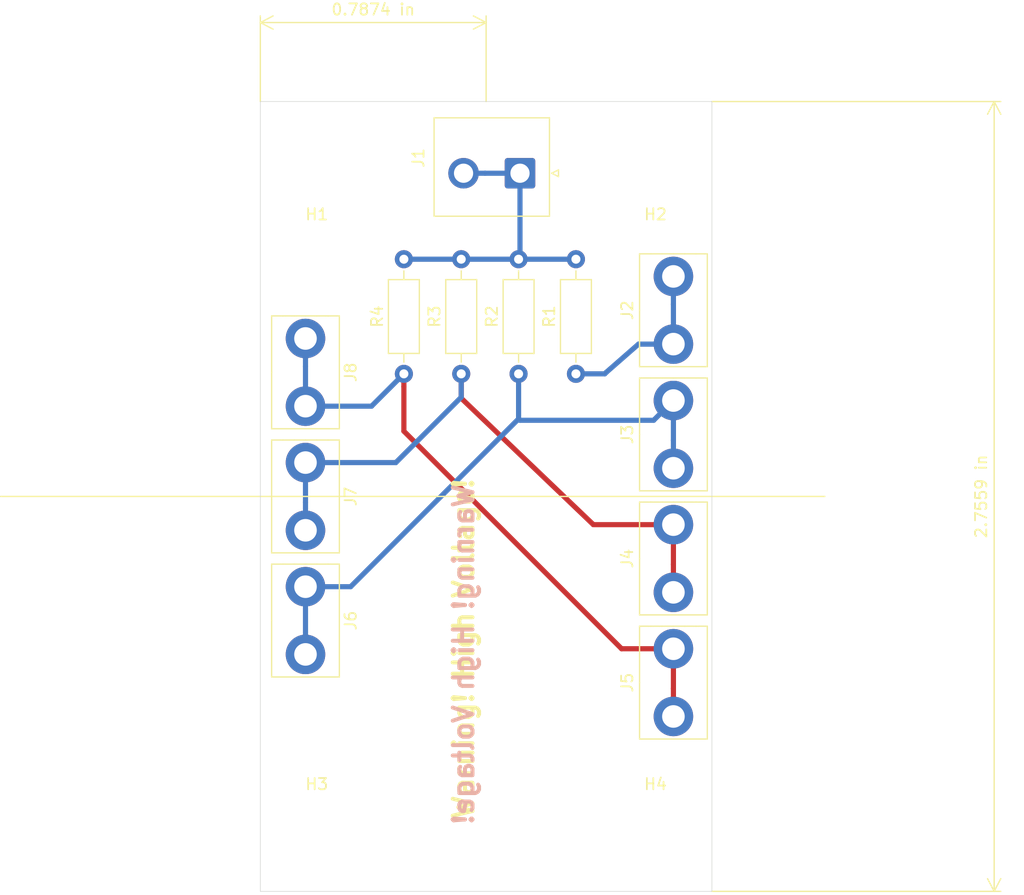
<source format=kicad_pcb>
(kicad_pcb (version 20171130) (host pcbnew "(5.1.2)-1")

  (general
    (thickness 1.6)
    (drawings 9)
    (tracks 42)
    (zones 0)
    (modules 16)
    (nets 6)
  )

  (page A4)
  (layers
    (0 F.Cu signal)
    (31 B.Cu signal)
    (32 B.Adhes user)
    (33 F.Adhes user)
    (34 B.Paste user)
    (35 F.Paste user)
    (36 B.SilkS user)
    (37 F.SilkS user)
    (38 B.Mask user)
    (39 F.Mask user)
    (40 Dwgs.User user)
    (41 Cmts.User user)
    (42 Eco1.User user)
    (43 Eco2.User user)
    (44 Edge.Cuts user)
    (45 Margin user)
    (46 B.CrtYd user)
    (47 F.CrtYd user)
    (48 B.Fab user)
    (49 F.Fab user)
  )

  (setup
    (last_trace_width 0.4572)
    (user_trace_width 0.4572)
    (trace_clearance 0.2)
    (zone_clearance 0.508)
    (zone_45_only no)
    (trace_min 0.2)
    (via_size 0.8)
    (via_drill 0.4)
    (via_min_size 0.4)
    (via_min_drill 0.3)
    (uvia_size 0.3)
    (uvia_drill 0.1)
    (uvias_allowed no)
    (uvia_min_size 0.2)
    (uvia_min_drill 0.1)
    (edge_width 0.05)
    (segment_width 0.2)
    (pcb_text_width 0.3)
    (pcb_text_size 1.5 1.5)
    (mod_edge_width 0.12)
    (mod_text_size 1 1)
    (mod_text_width 0.15)
    (pad_size 1.524 1.524)
    (pad_drill 0.762)
    (pad_to_mask_clearance 0.051)
    (solder_mask_min_width 0.25)
    (aux_axis_origin 0 0)
    (visible_elements 7FFFFFFF)
    (pcbplotparams
      (layerselection 0x010fc_ffffffff)
      (usegerberextensions false)
      (usegerberattributes false)
      (usegerberadvancedattributes false)
      (creategerberjobfile false)
      (excludeedgelayer true)
      (linewidth 0.100000)
      (plotframeref false)
      (viasonmask false)
      (mode 1)
      (useauxorigin false)
      (hpglpennumber 1)
      (hpglpenspeed 20)
      (hpglpendiameter 15.000000)
      (psnegative false)
      (psa4output false)
      (plotreference true)
      (plotvalue true)
      (plotinvisibletext false)
      (padsonsilk false)
      (subtractmaskfromsilk false)
      (outputformat 1)
      (mirror false)
      (drillshape 1)
      (scaleselection 1)
      (outputdirectory ""))
  )

  (net 0 "")
  (net 1 "Net-(J1-Pad1)")
  (net 2 "Net-(J2-Pad1)")
  (net 3 "Net-(J3-Pad1)")
  (net 4 "Net-(J4-Pad1)")
  (net 5 "Net-(J5-Pad1)")

  (net_class Default "This is the default net class."
    (clearance 0.2)
    (trace_width 0.25)
    (via_dia 0.8)
    (via_drill 0.4)
    (uvia_dia 0.3)
    (uvia_drill 0.1)
    (add_net "Net-(J1-Pad1)")
    (add_net "Net-(J2-Pad1)")
    (add_net "Net-(J3-Pad1)")
    (add_net "Net-(J4-Pad1)")
    (add_net "Net-(J5-Pad1)")
  )

  (module MountingHole:MountingHole_3.5mm (layer F.Cu) (tedit 56D1B4CB) (tstamp 5D71790A)
    (at 155 105)
    (descr "Mounting Hole 3.5mm, no annular")
    (tags "mounting hole 3.5mm no annular")
    (path /5D71D07C)
    (attr virtual)
    (fp_text reference H4 (at 0 -4.5) (layer F.SilkS)
      (effects (font (size 1 1) (thickness 0.15)))
    )
    (fp_text value MountingHole (at 0 4.5) (layer F.Fab)
      (effects (font (size 1 1) (thickness 0.15)))
    )
    (fp_circle (center 0 0) (end 3.75 0) (layer F.CrtYd) (width 0.05))
    (fp_circle (center 0 0) (end 3.5 0) (layer Cmts.User) (width 0.15))
    (fp_text user %R (at 0.3 0) (layer F.Fab)
      (effects (font (size 1 1) (thickness 0.15)))
    )
    (pad 1 np_thru_hole circle (at 0 0) (size 3.5 3.5) (drill 3.5) (layers *.Cu *.Mask))
  )

  (module MountingHole:MountingHole_3.5mm (layer F.Cu) (tedit 56D1B4CB) (tstamp 5D717902)
    (at 125 105)
    (descr "Mounting Hole 3.5mm, no annular")
    (tags "mounting hole 3.5mm no annular")
    (path /5D71CEA3)
    (attr virtual)
    (fp_text reference H3 (at 0 -4.5) (layer F.SilkS)
      (effects (font (size 1 1) (thickness 0.15)))
    )
    (fp_text value MountingHole (at 0 4.5) (layer F.Fab)
      (effects (font (size 1 1) (thickness 0.15)))
    )
    (fp_circle (center 0 0) (end 3.75 0) (layer F.CrtYd) (width 0.05))
    (fp_circle (center 0 0) (end 3.5 0) (layer Cmts.User) (width 0.15))
    (fp_text user %R (at 0.3 0) (layer F.Fab)
      (effects (font (size 1 1) (thickness 0.15)))
    )
    (pad 1 np_thru_hole circle (at 0 0) (size 3.5 3.5) (drill 3.5) (layers *.Cu *.Mask))
  )

  (module MountingHole:MountingHole_3.5mm (layer F.Cu) (tedit 56D1B4CB) (tstamp 5D717B2A)
    (at 155 45)
    (descr "Mounting Hole 3.5mm, no annular")
    (tags "mounting hole 3.5mm no annular")
    (path /5D71CA60)
    (attr virtual)
    (fp_text reference H2 (at 0 5) (layer F.SilkS)
      (effects (font (size 1 1) (thickness 0.15)))
    )
    (fp_text value MountingHole (at 0 4.5) (layer F.Fab)
      (effects (font (size 1 1) (thickness 0.15)))
    )
    (fp_circle (center 0 0) (end 3.75 0) (layer F.CrtYd) (width 0.05))
    (fp_circle (center 0 0) (end 3.5 0) (layer Cmts.User) (width 0.15))
    (fp_text user %R (at 0.3 0) (layer F.Fab)
      (effects (font (size 1 1) (thickness 0.15)))
    )
    (pad 1 np_thru_hole circle (at 0 0) (size 3.5 3.5) (drill 3.5) (layers *.Cu *.Mask))
  )

  (module MountingHole:MountingHole_3.5mm (layer F.Cu) (tedit 56D1B4CB) (tstamp 5D717B05)
    (at 125 45)
    (descr "Mounting Hole 3.5mm, no annular")
    (tags "mounting hole 3.5mm no annular")
    (path /5D71C75F)
    (attr virtual)
    (fp_text reference H1 (at 0 5) (layer F.SilkS)
      (effects (font (size 1 1) (thickness 0.15)))
    )
    (fp_text value MountingHole (at 0 4.5) (layer F.Fab)
      (effects (font (size 1 1) (thickness 0.15)))
    )
    (fp_circle (center 0 0) (end 3.75 0) (layer F.CrtYd) (width 0.05))
    (fp_circle (center 0 0) (end 3.5 0) (layer Cmts.User) (width 0.15))
    (fp_text user %R (at 0.3 0) (layer F.Fab)
      (effects (font (size 1 1) (thickness 0.15)))
    )
    (pad 1 np_thru_hole circle (at 0 0) (size 3.5 3.5) (drill 3.5) (layers *.Cu *.Mask))
  )

  (module Resistor_THT:R_Axial_DIN0207_L6.3mm_D2.5mm_P10.16mm_Horizontal (layer F.Cu) (tedit 5AE5139B) (tstamp 5D71755B)
    (at 132.715 64.135 90)
    (descr "Resistor, Axial_DIN0207 series, Axial, Horizontal, pin pitch=10.16mm, 0.25W = 1/4W, length*diameter=6.3*2.5mm^2, http://cdn-reichelt.de/documents/datenblatt/B400/1_4W%23YAG.pdf")
    (tags "Resistor Axial_DIN0207 series Axial Horizontal pin pitch 10.16mm 0.25W = 1/4W length 6.3mm diameter 2.5mm")
    (path /5D70E260)
    (fp_text reference R4 (at 5.08 -2.37 90) (layer F.SilkS)
      (effects (font (size 1 1) (thickness 0.15)))
    )
    (fp_text value 6M8 (at 5.08 2.37 90) (layer F.Fab)
      (effects (font (size 1 1) (thickness 0.15)))
    )
    (fp_text user %R (at 5.08 0 90) (layer F.Fab)
      (effects (font (size 1 1) (thickness 0.15)))
    )
    (fp_line (start 11.21 -1.5) (end -1.05 -1.5) (layer F.CrtYd) (width 0.05))
    (fp_line (start 11.21 1.5) (end 11.21 -1.5) (layer F.CrtYd) (width 0.05))
    (fp_line (start -1.05 1.5) (end 11.21 1.5) (layer F.CrtYd) (width 0.05))
    (fp_line (start -1.05 -1.5) (end -1.05 1.5) (layer F.CrtYd) (width 0.05))
    (fp_line (start 9.12 0) (end 8.35 0) (layer F.SilkS) (width 0.12))
    (fp_line (start 1.04 0) (end 1.81 0) (layer F.SilkS) (width 0.12))
    (fp_line (start 8.35 -1.37) (end 1.81 -1.37) (layer F.SilkS) (width 0.12))
    (fp_line (start 8.35 1.37) (end 8.35 -1.37) (layer F.SilkS) (width 0.12))
    (fp_line (start 1.81 1.37) (end 8.35 1.37) (layer F.SilkS) (width 0.12))
    (fp_line (start 1.81 -1.37) (end 1.81 1.37) (layer F.SilkS) (width 0.12))
    (fp_line (start 10.16 0) (end 8.23 0) (layer F.Fab) (width 0.1))
    (fp_line (start 0 0) (end 1.93 0) (layer F.Fab) (width 0.1))
    (fp_line (start 8.23 -1.25) (end 1.93 -1.25) (layer F.Fab) (width 0.1))
    (fp_line (start 8.23 1.25) (end 8.23 -1.25) (layer F.Fab) (width 0.1))
    (fp_line (start 1.93 1.25) (end 8.23 1.25) (layer F.Fab) (width 0.1))
    (fp_line (start 1.93 -1.25) (end 1.93 1.25) (layer F.Fab) (width 0.1))
    (pad 2 thru_hole oval (at 10.16 0 90) (size 1.6 1.6) (drill 0.8) (layers *.Cu *.Mask)
      (net 1 "Net-(J1-Pad1)"))
    (pad 1 thru_hole circle (at 0 0 90) (size 1.6 1.6) (drill 0.8) (layers *.Cu *.Mask)
      (net 5 "Net-(J5-Pad1)"))
    (model ${KISYS3DMOD}/Resistor_THT.3dshapes/R_Axial_DIN0207_L6.3mm_D2.5mm_P10.16mm_Horizontal.wrl
      (at (xyz 0 0 0))
      (scale (xyz 1 1 1))
      (rotate (xyz 0 0 0))
    )
  )

  (module Resistor_THT:R_Axial_DIN0207_L6.3mm_D2.5mm_P10.16mm_Horizontal (layer F.Cu) (tedit 5AE5139B) (tstamp 5D716E94)
    (at 137.795 64.135 90)
    (descr "Resistor, Axial_DIN0207 series, Axial, Horizontal, pin pitch=10.16mm, 0.25W = 1/4W, length*diameter=6.3*2.5mm^2, http://cdn-reichelt.de/documents/datenblatt/B400/1_4W%23YAG.pdf")
    (tags "Resistor Axial_DIN0207 series Axial Horizontal pin pitch 10.16mm 0.25W = 1/4W length 6.3mm diameter 2.5mm")
    (path /5D70E0C8)
    (fp_text reference R3 (at 5.08 -2.37 90) (layer F.SilkS)
      (effects (font (size 1 1) (thickness 0.15)))
    )
    (fp_text value 6M8 (at 5.08 2.37 90) (layer F.Fab)
      (effects (font (size 1 1) (thickness 0.15)))
    )
    (fp_text user %R (at 5.08 0 90) (layer F.Fab)
      (effects (font (size 1 1) (thickness 0.15)))
    )
    (fp_line (start 11.21 -1.5) (end -1.05 -1.5) (layer F.CrtYd) (width 0.05))
    (fp_line (start 11.21 1.5) (end 11.21 -1.5) (layer F.CrtYd) (width 0.05))
    (fp_line (start -1.05 1.5) (end 11.21 1.5) (layer F.CrtYd) (width 0.05))
    (fp_line (start -1.05 -1.5) (end -1.05 1.5) (layer F.CrtYd) (width 0.05))
    (fp_line (start 9.12 0) (end 8.35 0) (layer F.SilkS) (width 0.12))
    (fp_line (start 1.04 0) (end 1.81 0) (layer F.SilkS) (width 0.12))
    (fp_line (start 8.35 -1.37) (end 1.81 -1.37) (layer F.SilkS) (width 0.12))
    (fp_line (start 8.35 1.37) (end 8.35 -1.37) (layer F.SilkS) (width 0.12))
    (fp_line (start 1.81 1.37) (end 8.35 1.37) (layer F.SilkS) (width 0.12))
    (fp_line (start 1.81 -1.37) (end 1.81 1.37) (layer F.SilkS) (width 0.12))
    (fp_line (start 10.16 0) (end 8.23 0) (layer F.Fab) (width 0.1))
    (fp_line (start 0 0) (end 1.93 0) (layer F.Fab) (width 0.1))
    (fp_line (start 8.23 -1.25) (end 1.93 -1.25) (layer F.Fab) (width 0.1))
    (fp_line (start 8.23 1.25) (end 8.23 -1.25) (layer F.Fab) (width 0.1))
    (fp_line (start 1.93 1.25) (end 8.23 1.25) (layer F.Fab) (width 0.1))
    (fp_line (start 1.93 -1.25) (end 1.93 1.25) (layer F.Fab) (width 0.1))
    (pad 2 thru_hole oval (at 10.16 0 90) (size 1.6 1.6) (drill 0.8) (layers *.Cu *.Mask)
      (net 1 "Net-(J1-Pad1)"))
    (pad 1 thru_hole circle (at 0 0 90) (size 1.6 1.6) (drill 0.8) (layers *.Cu *.Mask)
      (net 4 "Net-(J4-Pad1)"))
    (model ${KISYS3DMOD}/Resistor_THT.3dshapes/R_Axial_DIN0207_L6.3mm_D2.5mm_P10.16mm_Horizontal.wrl
      (at (xyz 0 0 0))
      (scale (xyz 1 1 1))
      (rotate (xyz 0 0 0))
    )
  )

  (module Resistor_THT:R_Axial_DIN0207_L6.3mm_D2.5mm_P10.16mm_Horizontal (layer F.Cu) (tedit 5AE5139B) (tstamp 5D716E7D)
    (at 142.875 64.135 90)
    (descr "Resistor, Axial_DIN0207 series, Axial, Horizontal, pin pitch=10.16mm, 0.25W = 1/4W, length*diameter=6.3*2.5mm^2, http://cdn-reichelt.de/documents/datenblatt/B400/1_4W%23YAG.pdf")
    (tags "Resistor Axial_DIN0207 series Axial Horizontal pin pitch 10.16mm 0.25W = 1/4W length 6.3mm diameter 2.5mm")
    (path /5D70DFB8)
    (fp_text reference R2 (at 5.08 -2.37 90) (layer F.SilkS)
      (effects (font (size 1 1) (thickness 0.15)))
    )
    (fp_text value 6M8 (at 5.08 2.37 90) (layer F.Fab)
      (effects (font (size 1 1) (thickness 0.15)))
    )
    (fp_text user %R (at 5.08 0 90) (layer F.Fab)
      (effects (font (size 1 1) (thickness 0.15)))
    )
    (fp_line (start 11.21 -1.5) (end -1.05 -1.5) (layer F.CrtYd) (width 0.05))
    (fp_line (start 11.21 1.5) (end 11.21 -1.5) (layer F.CrtYd) (width 0.05))
    (fp_line (start -1.05 1.5) (end 11.21 1.5) (layer F.CrtYd) (width 0.05))
    (fp_line (start -1.05 -1.5) (end -1.05 1.5) (layer F.CrtYd) (width 0.05))
    (fp_line (start 9.12 0) (end 8.35 0) (layer F.SilkS) (width 0.12))
    (fp_line (start 1.04 0) (end 1.81 0) (layer F.SilkS) (width 0.12))
    (fp_line (start 8.35 -1.37) (end 1.81 -1.37) (layer F.SilkS) (width 0.12))
    (fp_line (start 8.35 1.37) (end 8.35 -1.37) (layer F.SilkS) (width 0.12))
    (fp_line (start 1.81 1.37) (end 8.35 1.37) (layer F.SilkS) (width 0.12))
    (fp_line (start 1.81 -1.37) (end 1.81 1.37) (layer F.SilkS) (width 0.12))
    (fp_line (start 10.16 0) (end 8.23 0) (layer F.Fab) (width 0.1))
    (fp_line (start 0 0) (end 1.93 0) (layer F.Fab) (width 0.1))
    (fp_line (start 8.23 -1.25) (end 1.93 -1.25) (layer F.Fab) (width 0.1))
    (fp_line (start 8.23 1.25) (end 8.23 -1.25) (layer F.Fab) (width 0.1))
    (fp_line (start 1.93 1.25) (end 8.23 1.25) (layer F.Fab) (width 0.1))
    (fp_line (start 1.93 -1.25) (end 1.93 1.25) (layer F.Fab) (width 0.1))
    (pad 2 thru_hole oval (at 10.16 0 90) (size 1.6 1.6) (drill 0.8) (layers *.Cu *.Mask)
      (net 1 "Net-(J1-Pad1)"))
    (pad 1 thru_hole circle (at 0 0 90) (size 1.6 1.6) (drill 0.8) (layers *.Cu *.Mask)
      (net 3 "Net-(J3-Pad1)"))
    (model ${KISYS3DMOD}/Resistor_THT.3dshapes/R_Axial_DIN0207_L6.3mm_D2.5mm_P10.16mm_Horizontal.wrl
      (at (xyz 0 0 0))
      (scale (xyz 1 1 1))
      (rotate (xyz 0 0 0))
    )
  )

  (module Resistor_THT:R_Axial_DIN0207_L6.3mm_D2.5mm_P10.16mm_Horizontal (layer F.Cu) (tedit 5AE5139B) (tstamp 5D716E66)
    (at 147.955 64.135 90)
    (descr "Resistor, Axial_DIN0207 series, Axial, Horizontal, pin pitch=10.16mm, 0.25W = 1/4W, length*diameter=6.3*2.5mm^2, http://cdn-reichelt.de/documents/datenblatt/B400/1_4W%23YAG.pdf")
    (tags "Resistor Axial_DIN0207 series Axial Horizontal pin pitch 10.16mm 0.25W = 1/4W length 6.3mm diameter 2.5mm")
    (path /5D70DC56)
    (fp_text reference R1 (at 5.08 -2.37 90) (layer F.SilkS)
      (effects (font (size 1 1) (thickness 0.15)))
    )
    (fp_text value 6M8 (at 5.08 2.37 90) (layer F.Fab)
      (effects (font (size 1 1) (thickness 0.15)))
    )
    (fp_text user %R (at 5.08 0) (layer F.Fab)
      (effects (font (size 1 1) (thickness 0.15)))
    )
    (fp_line (start 11.21 -1.5) (end -1.05 -1.5) (layer F.CrtYd) (width 0.05))
    (fp_line (start 11.21 1.5) (end 11.21 -1.5) (layer F.CrtYd) (width 0.05))
    (fp_line (start -1.05 1.5) (end 11.21 1.5) (layer F.CrtYd) (width 0.05))
    (fp_line (start -1.05 -1.5) (end -1.05 1.5) (layer F.CrtYd) (width 0.05))
    (fp_line (start 9.12 0) (end 8.35 0) (layer F.SilkS) (width 0.12))
    (fp_line (start 1.04 0) (end 1.81 0) (layer F.SilkS) (width 0.12))
    (fp_line (start 8.35 -1.37) (end 1.81 -1.37) (layer F.SilkS) (width 0.12))
    (fp_line (start 8.35 1.37) (end 8.35 -1.37) (layer F.SilkS) (width 0.12))
    (fp_line (start 1.81 1.37) (end 8.35 1.37) (layer F.SilkS) (width 0.12))
    (fp_line (start 1.81 -1.37) (end 1.81 1.37) (layer F.SilkS) (width 0.12))
    (fp_line (start 10.16 0) (end 8.23 0) (layer F.Fab) (width 0.1))
    (fp_line (start 0 0) (end 1.93 0) (layer F.Fab) (width 0.1))
    (fp_line (start 8.23 -1.25) (end 1.93 -1.25) (layer F.Fab) (width 0.1))
    (fp_line (start 8.23 1.25) (end 8.23 -1.25) (layer F.Fab) (width 0.1))
    (fp_line (start 1.93 1.25) (end 8.23 1.25) (layer F.Fab) (width 0.1))
    (fp_line (start 1.93 -1.25) (end 1.93 1.25) (layer F.Fab) (width 0.1))
    (pad 2 thru_hole oval (at 10.16 0 90) (size 1.6 1.6) (drill 0.8) (layers *.Cu *.Mask)
      (net 1 "Net-(J1-Pad1)"))
    (pad 1 thru_hole circle (at 0 0 90) (size 1.6 1.6) (drill 0.8) (layers *.Cu *.Mask)
      (net 2 "Net-(J2-Pad1)"))
    (model ${KISYS3DMOD}/Resistor_THT.3dshapes/R_Axial_DIN0207_L6.3mm_D2.5mm_P10.16mm_Horizontal.wrl
      (at (xyz 0 0 0))
      (scale (xyz 1 1 1))
      (rotate (xyz 0 0 0))
    )
  )

  (module CosmicRayDetector:GeigerTube (layer F.Cu) (tedit 5D6E4CB8) (tstamp 5D716E4F)
    (at 116 64 90)
    (path /5D70F30F)
    (fp_text reference J8 (at 0 12 90) (layer F.SilkS)
      (effects (font (size 1 1) (thickness 0.15)))
    )
    (fp_text value Conn_01x01_Female (at 0 -0.5 90) (layer F.Fab)
      (effects (font (size 1 1) (thickness 0.15)))
    )
    (fp_line (start -5 11) (end -5 5) (layer F.SilkS) (width 0.12))
    (fp_line (start 5 11) (end -5 11) (layer F.SilkS) (width 0.12))
    (fp_line (start 5 10) (end 5 11) (layer F.SilkS) (width 0.12))
    (fp_line (start 5 9) (end 5 10) (layer F.SilkS) (width 0.12))
    (fp_line (start 5 8) (end 5 9) (layer F.SilkS) (width 0.12))
    (fp_line (start 5 7) (end 5 8) (layer F.SilkS) (width 0.12))
    (fp_line (start 5 6) (end 5 7) (layer F.SilkS) (width 0.12))
    (fp_line (start 5 5) (end 5 6) (layer F.SilkS) (width 0.12))
    (fp_line (start -5 5) (end 0 5) (layer F.SilkS) (width 0.12))
    (fp_line (start 0 5) (end 5 5) (layer F.SilkS) (width 0.12))
    (pad 1 thru_hole circle (at -3 8 90) (size 3.5 3.5) (drill 2) (layers *.Cu *.Mask)
      (net 5 "Net-(J5-Pad1)"))
    (pad 1 thru_hole circle (at 3 8 90) (size 3.5 3.5) (drill 2) (layers *.Cu *.Mask)
      (net 5 "Net-(J5-Pad1)"))
    (model ../../mechanic/Cube.step
      (at (xyz 0 0 0))
      (scale (xyz 1 1 1))
      (rotate (xyz 0 0 0))
    )
  )

  (module CosmicRayDetector:GeigerTube (layer F.Cu) (tedit 5D6E4CB8) (tstamp 5D716E3F)
    (at 116 75 90)
    (path /5D70F14D)
    (fp_text reference J7 (at 0 12 90) (layer F.SilkS)
      (effects (font (size 1 1) (thickness 0.15)))
    )
    (fp_text value Conn_01x01_Female (at 0 -0.5 90) (layer F.Fab)
      (effects (font (size 1 1) (thickness 0.15)))
    )
    (fp_line (start -5 11) (end -5 5) (layer F.SilkS) (width 0.12))
    (fp_line (start 5 11) (end -5 11) (layer F.SilkS) (width 0.12))
    (fp_line (start 5 10) (end 5 11) (layer F.SilkS) (width 0.12))
    (fp_line (start 5 9) (end 5 10) (layer F.SilkS) (width 0.12))
    (fp_line (start 5 8) (end 5 9) (layer F.SilkS) (width 0.12))
    (fp_line (start 5 7) (end 5 8) (layer F.SilkS) (width 0.12))
    (fp_line (start 5 6) (end 5 7) (layer F.SilkS) (width 0.12))
    (fp_line (start 5 5) (end 5 6) (layer F.SilkS) (width 0.12))
    (fp_line (start -5 5) (end 0 5) (layer F.SilkS) (width 0.12))
    (fp_line (start 0 5) (end 5 5) (layer F.SilkS) (width 0.12))
    (pad 1 thru_hole circle (at -3 8 90) (size 3.5 3.5) (drill 2) (layers *.Cu *.Mask)
      (net 4 "Net-(J4-Pad1)"))
    (pad 1 thru_hole circle (at 3 8 90) (size 3.5 3.5) (drill 2) (layers *.Cu *.Mask)
      (net 4 "Net-(J4-Pad1)"))
    (model ../../mechanic/Cube.step
      (at (xyz 0 0 0))
      (scale (xyz 1 1 1))
      (rotate (xyz 0 0 0))
    )
  )

  (module CosmicRayDetector:GeigerTube (layer F.Cu) (tedit 5D6E4CB8) (tstamp 5D716E2F)
    (at 116 86 90)
    (path /5D70EF8D)
    (fp_text reference J6 (at 0 12 90) (layer F.SilkS)
      (effects (font (size 1 1) (thickness 0.15)))
    )
    (fp_text value Conn_01x01_Female (at 0 -0.5 90) (layer F.Fab)
      (effects (font (size 1 1) (thickness 0.15)))
    )
    (fp_line (start -5 11) (end -5 5) (layer F.SilkS) (width 0.12))
    (fp_line (start 5 11) (end -5 11) (layer F.SilkS) (width 0.12))
    (fp_line (start 5 10) (end 5 11) (layer F.SilkS) (width 0.12))
    (fp_line (start 5 9) (end 5 10) (layer F.SilkS) (width 0.12))
    (fp_line (start 5 8) (end 5 9) (layer F.SilkS) (width 0.12))
    (fp_line (start 5 7) (end 5 8) (layer F.SilkS) (width 0.12))
    (fp_line (start 5 6) (end 5 7) (layer F.SilkS) (width 0.12))
    (fp_line (start 5 5) (end 5 6) (layer F.SilkS) (width 0.12))
    (fp_line (start -5 5) (end 0 5) (layer F.SilkS) (width 0.12))
    (fp_line (start 0 5) (end 5 5) (layer F.SilkS) (width 0.12))
    (pad 1 thru_hole circle (at -3 8 90) (size 3.5 3.5) (drill 2) (layers *.Cu *.Mask)
      (net 3 "Net-(J3-Pad1)"))
    (pad 1 thru_hole circle (at 3 8 90) (size 3.5 3.5) (drill 2) (layers *.Cu *.Mask)
      (net 3 "Net-(J3-Pad1)"))
    (model ../../mechanic/Cube.step
      (at (xyz 0 0 0))
      (scale (xyz 1 1 1))
      (rotate (xyz 0 0 0))
    )
  )

  (module CosmicRayDetector:GeigerTube (layer F.Cu) (tedit 5D6E4CB8) (tstamp 5D716E1F)
    (at 148.59 91.5 90)
    (path /5D70ED19)
    (fp_text reference J5 (at 0 3.91 90) (layer F.SilkS)
      (effects (font (size 1 1) (thickness 0.15)))
    )
    (fp_text value Conn_01x01_Female (at 0 -0.5 90) (layer F.Fab)
      (effects (font (size 1 1) (thickness 0.15)))
    )
    (fp_line (start -5 11) (end -5 5) (layer F.SilkS) (width 0.12))
    (fp_line (start 5 11) (end -5 11) (layer F.SilkS) (width 0.12))
    (fp_line (start 5 10) (end 5 11) (layer F.SilkS) (width 0.12))
    (fp_line (start 5 9) (end 5 10) (layer F.SilkS) (width 0.12))
    (fp_line (start 5 8) (end 5 9) (layer F.SilkS) (width 0.12))
    (fp_line (start 5 7) (end 5 8) (layer F.SilkS) (width 0.12))
    (fp_line (start 5 6) (end 5 7) (layer F.SilkS) (width 0.12))
    (fp_line (start 5 5) (end 5 6) (layer F.SilkS) (width 0.12))
    (fp_line (start -5 5) (end 0 5) (layer F.SilkS) (width 0.12))
    (fp_line (start 0 5) (end 5 5) (layer F.SilkS) (width 0.12))
    (pad 1 thru_hole circle (at -3 8 90) (size 3.5 3.5) (drill 2) (layers *.Cu *.Mask)
      (net 5 "Net-(J5-Pad1)"))
    (pad 1 thru_hole circle (at 3 8 90) (size 3.5 3.5) (drill 2) (layers *.Cu *.Mask)
      (net 5 "Net-(J5-Pad1)"))
    (model ../../mechanic/Cube.step
      (at (xyz 0 0 0))
      (scale (xyz 1 1 1))
      (rotate (xyz 0 0 0))
    )
  )

  (module CosmicRayDetector:GeigerTube (layer F.Cu) (tedit 5D6E4CB8) (tstamp 5D908FC1)
    (at 148.59 80.5 90)
    (path /5D70EAFD)
    (fp_text reference J4 (at 0 3.91 90) (layer F.SilkS)
      (effects (font (size 1 1) (thickness 0.15)))
    )
    (fp_text value Conn_01x01_Female (at 0 -0.5 90) (layer F.Fab)
      (effects (font (size 1 1) (thickness 0.15)))
    )
    (fp_line (start -5 11) (end -5 5) (layer F.SilkS) (width 0.12))
    (fp_line (start 5 11) (end -5 11) (layer F.SilkS) (width 0.12))
    (fp_line (start 5 10) (end 5 11) (layer F.SilkS) (width 0.12))
    (fp_line (start 5 9) (end 5 10) (layer F.SilkS) (width 0.12))
    (fp_line (start 5 8) (end 5 9) (layer F.SilkS) (width 0.12))
    (fp_line (start 5 7) (end 5 8) (layer F.SilkS) (width 0.12))
    (fp_line (start 5 6) (end 5 7) (layer F.SilkS) (width 0.12))
    (fp_line (start 5 5) (end 5 6) (layer F.SilkS) (width 0.12))
    (fp_line (start -5 5) (end 0 5) (layer F.SilkS) (width 0.12))
    (fp_line (start 0 5) (end 5 5) (layer F.SilkS) (width 0.12))
    (pad 1 thru_hole circle (at -3 8 90) (size 3.5 3.5) (drill 2) (layers *.Cu *.Mask)
      (net 4 "Net-(J4-Pad1)"))
    (pad 1 thru_hole circle (at 3 8 90) (size 3.5 3.5) (drill 2) (layers *.Cu *.Mask)
      (net 4 "Net-(J4-Pad1)"))
    (model ../../mechanic/Cube.step
      (at (xyz 0 0 0))
      (scale (xyz 1 1 1))
      (rotate (xyz 0 0 0))
    )
  )

  (module CosmicRayDetector:GeigerTube (layer F.Cu) (tedit 5D6E4CB8) (tstamp 5D716DFF)
    (at 148.59 69.5 90)
    (path /5D70E962)
    (fp_text reference J3 (at 0 3.91 90) (layer F.SilkS)
      (effects (font (size 1 1) (thickness 0.15)))
    )
    (fp_text value Conn_01x01_Female (at 0 -0.5 90) (layer F.Fab)
      (effects (font (size 1 1) (thickness 0.15)))
    )
    (fp_line (start -5 11) (end -5 5) (layer F.SilkS) (width 0.12))
    (fp_line (start 5 11) (end -5 11) (layer F.SilkS) (width 0.12))
    (fp_line (start 5 10) (end 5 11) (layer F.SilkS) (width 0.12))
    (fp_line (start 5 9) (end 5 10) (layer F.SilkS) (width 0.12))
    (fp_line (start 5 8) (end 5 9) (layer F.SilkS) (width 0.12))
    (fp_line (start 5 7) (end 5 8) (layer F.SilkS) (width 0.12))
    (fp_line (start 5 6) (end 5 7) (layer F.SilkS) (width 0.12))
    (fp_line (start 5 5) (end 5 6) (layer F.SilkS) (width 0.12))
    (fp_line (start -5 5) (end 0 5) (layer F.SilkS) (width 0.12))
    (fp_line (start 0 5) (end 5 5) (layer F.SilkS) (width 0.12))
    (pad 1 thru_hole circle (at -3 8 90) (size 3.5 3.5) (drill 2) (layers *.Cu *.Mask)
      (net 3 "Net-(J3-Pad1)"))
    (pad 1 thru_hole circle (at 3 8 90) (size 3.5 3.5) (drill 2) (layers *.Cu *.Mask)
      (net 3 "Net-(J3-Pad1)"))
    (model ../../mechanic/Cube.step
      (at (xyz 0 0 0))
      (scale (xyz 1 1 1))
      (rotate (xyz 0 0 0))
    )
  )

  (module CosmicRayDetector:GeigerTube (layer F.Cu) (tedit 5D6E4CB8) (tstamp 5D716DEF)
    (at 148.59 58.5 90)
    (path /5D70E48C)
    (fp_text reference J2 (at 0 3.91 90) (layer F.SilkS)
      (effects (font (size 1 1) (thickness 0.15)))
    )
    (fp_text value Conn_01x01_Female (at 0 -0.5 90) (layer F.Fab)
      (effects (font (size 1 1) (thickness 0.15)))
    )
    (fp_line (start -5 11) (end -5 5) (layer F.SilkS) (width 0.12))
    (fp_line (start 5 11) (end -5 11) (layer F.SilkS) (width 0.12))
    (fp_line (start 5 10) (end 5 11) (layer F.SilkS) (width 0.12))
    (fp_line (start 5 9) (end 5 10) (layer F.SilkS) (width 0.12))
    (fp_line (start 5 8) (end 5 9) (layer F.SilkS) (width 0.12))
    (fp_line (start 5 7) (end 5 8) (layer F.SilkS) (width 0.12))
    (fp_line (start 5 6) (end 5 7) (layer F.SilkS) (width 0.12))
    (fp_line (start 5 5) (end 5 6) (layer F.SilkS) (width 0.12))
    (fp_line (start -5 5) (end 0 5) (layer F.SilkS) (width 0.12))
    (fp_line (start 0 5) (end 5 5) (layer F.SilkS) (width 0.12))
    (pad 1 thru_hole circle (at -3 8 90) (size 3.5 3.5) (drill 2) (layers *.Cu *.Mask)
      (net 2 "Net-(J2-Pad1)"))
    (pad 1 thru_hole circle (at 3 8 90) (size 3.5 3.5) (drill 2) (layers *.Cu *.Mask)
      (net 2 "Net-(J2-Pad1)"))
    (model ../../mechanic/Cube.step
      (at (xyz 0 0 0))
      (scale (xyz 1 1 1))
      (rotate (xyz 0 0 0))
    )
  )

  (module Connector_JST:JST_NV_B02P-NV_1x02_P5.00mm_Vertical (layer F.Cu) (tedit 5B774480) (tstamp 5D716DDF)
    (at 143 46.355 180)
    (descr "JST NV series connector, B02P-NV (http://www.jst-mfg.com/product/pdf/eng/eNV.pdf), generated with kicad-footprint-generator")
    (tags "connector JST NV side entry")
    (path /5D70D584)
    (fp_text reference J1 (at 9 1.355 90) (layer F.SilkS)
      (effects (font (size 1 1) (thickness 0.15)))
    )
    (fp_text value Conn_01x02_Male (at 2.5 6) (layer F.Fab)
      (effects (font (size 1 1) (thickness 0.15)))
    )
    (fp_text user %R (at 2.5 4.1) (layer F.Fab)
      (effects (font (size 1 1) (thickness 0.15)))
    )
    (fp_line (start -3.41 -0.3) (end -2.81 0) (layer F.SilkS) (width 0.12))
    (fp_line (start -3.41 0.3) (end -3.41 -0.3) (layer F.SilkS) (width 0.12))
    (fp_line (start -2.81 0) (end -3.41 0.3) (layer F.SilkS) (width 0.12))
    (fp_line (start 7.61 -3.81) (end -2.61 -3.81) (layer F.SilkS) (width 0.12))
    (fp_line (start 7.61 4.91) (end 7.61 -3.81) (layer F.SilkS) (width 0.12))
    (fp_line (start -2.61 4.91) (end 7.61 4.91) (layer F.SilkS) (width 0.12))
    (fp_line (start -2.61 -3.81) (end -2.61 4.91) (layer F.SilkS) (width 0.12))
    (fp_line (start 8 -4.2) (end -3 -4.2) (layer F.CrtYd) (width 0.05))
    (fp_line (start 8 5.3) (end 8 -4.2) (layer F.CrtYd) (width 0.05))
    (fp_line (start -3 5.3) (end 8 5.3) (layer F.CrtYd) (width 0.05))
    (fp_line (start -3 -4.2) (end -3 5.3) (layer F.CrtYd) (width 0.05))
    (fp_line (start -2.5 1) (end -1.5 0) (layer F.Fab) (width 0.1))
    (fp_line (start -2.5 -1) (end -1.5 0) (layer F.Fab) (width 0.1))
    (fp_line (start -2.5 -2) (end 7.5 -2) (layer F.Fab) (width 0.1))
    (fp_line (start 7.5 -3.7) (end -2.5 -3.7) (layer F.Fab) (width 0.1))
    (fp_line (start 7.5 4.8) (end 7.5 -3.7) (layer F.Fab) (width 0.1))
    (fp_line (start -2.5 4.8) (end 7.5 4.8) (layer F.Fab) (width 0.1))
    (fp_line (start -2.5 -3.7) (end -2.5 4.8) (layer F.Fab) (width 0.1))
    (pad 2 thru_hole circle (at 5 0 180) (size 2.7 2.7) (drill 1.7) (layers *.Cu *.Mask)
      (net 1 "Net-(J1-Pad1)"))
    (pad 1 thru_hole roundrect (at 0 0 180) (size 2.7 2.7) (drill 1.7) (layers *.Cu *.Mask) (roundrect_rratio 0.09259299999999999)
      (net 1 "Net-(J1-Pad1)"))
    (model ${KISYS3DMOD}/Connector_JST.3dshapes/JST_NV_B02P-NV_1x02_P5.00mm_Vertical.wrl
      (at (xyz 0 0 0))
      (scale (xyz 1 1 1))
      (rotate (xyz 0 0 0))
    )
  )

  (gr_text "Warning! High Voltage!" (at 138 89 90) (layer B.SilkS) (tstamp 5D9093D1)
    (effects (font (size 1.75 1.75) (thickness 0.35)) (justify mirror))
  )
  (gr_text "Warning! High Voltage!" (at 138 88.5 90) (layer F.SilkS)
    (effects (font (size 1.75 1.75) (thickness 0.35)))
  )
  (dimension 20 (width 0.12) (layer F.SilkS)
    (gr_text "20.000 mm" (at 130 31.73) (layer F.SilkS)
      (effects (font (size 1 1) (thickness 0.15)))
    )
    (feature1 (pts (xy 140 40) (xy 140 32.413579)))
    (feature2 (pts (xy 120 40) (xy 120 32.413579)))
    (crossbar (pts (xy 120 33) (xy 140 33)))
    (arrow1a (pts (xy 140 33) (xy 138.873496 33.586421)))
    (arrow1b (pts (xy 140 33) (xy 138.873496 32.413579)))
    (arrow2a (pts (xy 120 33) (xy 121.126504 33.586421)))
    (arrow2b (pts (xy 120 33) (xy 121.126504 32.413579)))
  )
  (gr_line (start 170 75) (end 97 75) (layer F.SilkS) (width 0.12))
  (dimension 70 (width 0.12) (layer F.SilkS)
    (gr_text "70.000 mm" (at 186.27 75 90) (layer F.SilkS)
      (effects (font (size 1 1) (thickness 0.15)))
    )
    (feature1 (pts (xy 160 40) (xy 185.586421 40)))
    (feature2 (pts (xy 160 110) (xy 185.586421 110)))
    (crossbar (pts (xy 185 110) (xy 185 40)))
    (arrow1a (pts (xy 185 40) (xy 185.586421 41.126504)))
    (arrow1b (pts (xy 185 40) (xy 184.413579 41.126504)))
    (arrow2a (pts (xy 185 110) (xy 185.586421 108.873496)))
    (arrow2b (pts (xy 185 110) (xy 184.413579 108.873496)))
  )
  (gr_line (start 120 110) (end 160 110) (layer Edge.Cuts) (width 0.05) (tstamp 5D7176FF))
  (gr_line (start 120 40) (end 120 110) (layer Edge.Cuts) (width 0.05))
  (gr_line (start 160 40) (end 120 40) (layer Edge.Cuts) (width 0.05))
  (gr_line (start 160 40) (end 160 110) (layer Edge.Cuts) (width 0.05))

  (segment (start 139.909188 46.355) (end 143 46.355) (width 0.4572) (layer B.Cu) (net 1))
  (segment (start 138 46.355) (end 139.909188 46.355) (width 0.4572) (layer B.Cu) (net 1))
  (segment (start 143 53.85) (end 142.875 53.975) (width 0.4572) (layer B.Cu) (net 1))
  (segment (start 143 46.355) (end 143 53.85) (width 0.4572) (layer B.Cu) (net 1))
  (segment (start 147.955 53.975) (end 142.875 53.975) (width 0.4572) (layer B.Cu) (net 1))
  (segment (start 142.875 53.975) (end 137.795 53.975) (width 0.4572) (layer B.Cu) (net 1))
  (segment (start 137.795 53.975) (end 132.715 53.975) (width 0.4572) (layer B.Cu) (net 1))
  (segment (start 156.59 57.974873) (end 156.59 61.5) (width 0.4572) (layer B.Cu) (net 2))
  (segment (start 156.59 55.5) (end 156.59 57.974873) (width 0.4572) (layer B.Cu) (net 2))
  (segment (start 153.5 61.5) (end 150.641752 64) (width 0.4572) (layer B.Cu) (net 2))
  (segment (start 156.59 61.5) (end 153.5 61.5) (width 0.4572) (layer B.Cu) (net 2))
  (segment (start 150.506752 64.135) (end 150.641752 64) (width 0.4572) (layer B.Cu) (net 2))
  (segment (start 147.955 64.135) (end 150.506752 64.135) (width 0.4572) (layer B.Cu) (net 2))
  (segment (start 124 89) (end 124 83) (width 0.4572) (layer B.Cu) (net 3))
  (segment (start 124 83) (end 128 83) (width 0.4572) (layer B.Cu) (net 3))
  (segment (start 142.875 68.125) (end 142.875 64.135) (width 0.4572) (layer B.Cu) (net 3))
  (segment (start 128 83) (end 142.875 68.125) (width 0.4572) (layer B.Cu) (net 3))
  (segment (start 156.59 70.025127) (end 156.59 66.5) (width 0.4572) (layer B.Cu) (net 3))
  (segment (start 156.59 72.5) (end 156.59 70.025127) (width 0.4572) (layer B.Cu) (net 3))
  (segment (start 142.999999 68.249999) (end 142.875 68.125) (width 0.4572) (layer B.Cu) (net 3))
  (segment (start 154.840001 68.249999) (end 142.999999 68.249999) (width 0.4572) (layer B.Cu) (net 3))
  (segment (start 156.59 66.5) (end 154.840001 68.249999) (width 0.4572) (layer B.Cu) (net 3))
  (segment (start 124 75.525127) (end 124 72) (width 0.4572) (layer B.Cu) (net 4))
  (segment (start 124 78) (end 124 75.525127) (width 0.4572) (layer B.Cu) (net 4))
  (segment (start 137.795 66.205) (end 137.795 64.135) (width 0.4572) (layer B.Cu) (net 4))
  (segment (start 124 72) (end 132 72) (width 0.4572) (layer B.Cu) (net 4))
  (segment (start 132 72) (end 137.795 66.205) (width 0.4572) (layer B.Cu) (net 4))
  (segment (start 156.59 81.025127) (end 156.59 77.5) (width 0.4572) (layer F.Cu) (net 4))
  (segment (start 156.59 83.5) (end 156.59 81.025127) (width 0.4572) (layer F.Cu) (net 4))
  (segment (start 137.795 66.295) (end 137.795 64.135) (width 0.4572) (layer F.Cu) (net 4))
  (segment (start 156.59 77.5) (end 149.5 77.5) (width 0.4572) (layer F.Cu) (net 4))
  (segment (start 149.5 77.5) (end 137.795 66.295) (width 0.4572) (layer F.Cu) (net 4))
  (segment (start 124 63.474873) (end 124 67) (width 0.4572) (layer B.Cu) (net 5))
  (segment (start 124 61) (end 124 63.474873) (width 0.4572) (layer B.Cu) (net 5))
  (segment (start 129.85 67) (end 132.715 64.135) (width 0.4572) (layer B.Cu) (net 5))
  (segment (start 124 67) (end 129.85 67) (width 0.4572) (layer B.Cu) (net 5))
  (segment (start 156.59 92.025127) (end 156.59 88.5) (width 0.4572) (layer F.Cu) (net 5))
  (segment (start 156.59 94.5) (end 156.59 92.025127) (width 0.4572) (layer F.Cu) (net 5))
  (segment (start 132.715 65.26637) (end 132.715 64.135) (width 0.4572) (layer F.Cu) (net 5))
  (segment (start 132.715 69.215) (end 132.715 65.26637) (width 0.4572) (layer F.Cu) (net 5))
  (segment (start 156.59 88.5) (end 152 88.5) (width 0.4572) (layer F.Cu) (net 5))
  (segment (start 152 88.5) (end 132.715 69.215) (width 0.4572) (layer F.Cu) (net 5))

)

</source>
